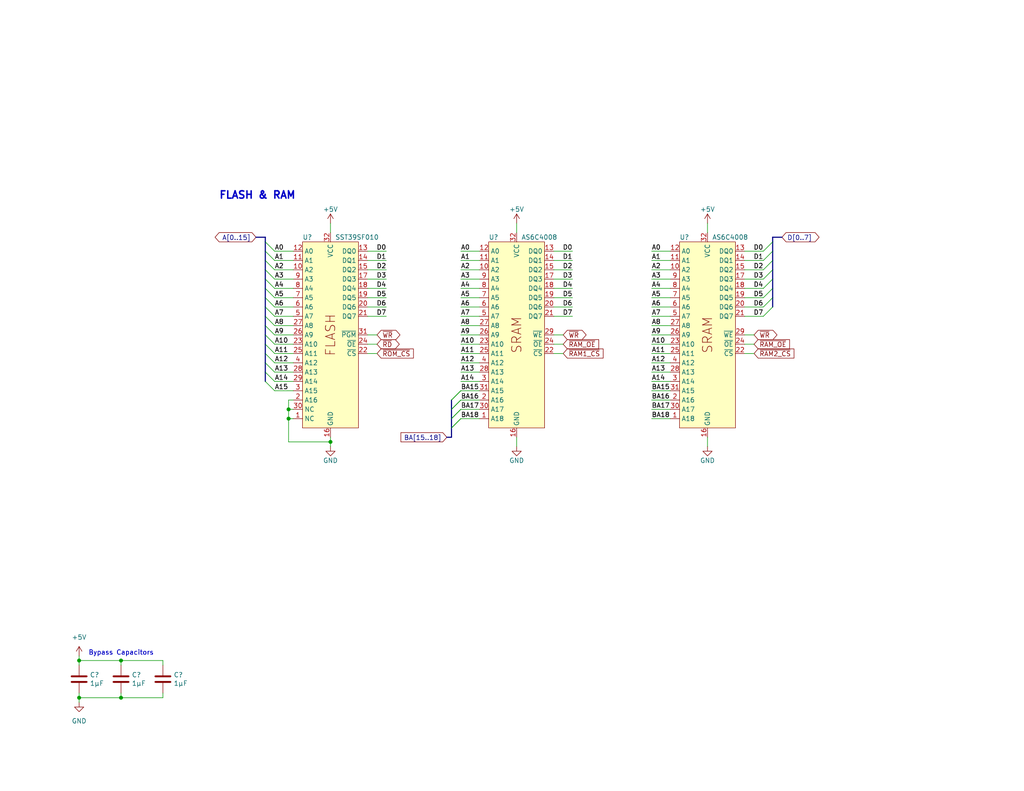
<source format=kicad_sch>
(kicad_sch (version 20230121) (generator eeschema)
  (paper "USLetter")
  (title_block (title "Flash ROM and RAM") (date "2023-09-08") (rev "2.12") (company "Frédéric Segard") (comment 1 "@microhobbyist") (comment 4 "Thank you to John Winans for his inspiration, as well as Grant Searle and Sergey Kiselev"))
  (lib_symbols
    (symbol "+5V_1" (power) (pin_names (offset 0))
      (property "Value" "+5V_1" (at 0 3.556 0))
      (symbol "+5V_1_0_1"
        (polyline (pts (xy -0.762 1.27) (xy 0 2.54)))
        (polyline (pts (xy 0 0) (xy 0 2.54)))
        (polyline (pts (xy 0 2.54) (xy 0.762 1.27)))
      )
      (symbol "+5V_1_1_1"
        (pin power_in line (at 0 0 90) (length 0) hide (name "+5V") (number "1"))
      )
    )
    (symbol "0_Library:AS6C4008"
      (property "Reference" "U" (at -7.62 0.635 0))
      (property "Value" "AS6C4008" (at 1.27 0.635 0))
      (symbol "AS6C4008_0_0"
        (text "SRAM" (at 0 -25.4 900) (effects (font (size 2.54 2.54))))
        (pin power_in line (at 0 -53.34 90) (length 2.54) (name "GND") (number "16"))
        (pin power_in line (at 0 2.54 270) (length 2.54) (name "VCC") (number "32"))
      )
      (symbol "AS6C4008_0_1"
        (rectangle (start -7.62 0) (end 7.62 -50.8) (fill (type background)))
      )
      (symbol "AS6C4008_1_1"
        (pin input line (at -10.16 -48.26 0) (length 2.54) (name "A18") (number "1"))
        (pin input line (at -10.16 -7.62 0) (length 2.54) (name "A2") (number "10"))
        (pin input line (at -10.16 -5.08 0) (length 2.54) (name "A1") (number "11"))
        (pin input line (at -10.16 -2.54 0) (length 2.54) (name "A0") (number "12"))
        (pin tri_state line (at 10.16 -2.54 180) (length 2.54) (name "DQ0") (number "13"))
        (pin tri_state line (at 10.16 -5.08 180) (length 2.54) (name "DQ1") (number "14"))
        (pin tri_state line (at 10.16 -7.62 180) (length 2.54) (name "DQ2") (number "15"))
        (pin tri_state line (at 10.16 -10.16 180) (length 2.54) (name "DQ3") (number "17"))
        (pin tri_state line (at 10.16 -12.7 180) (length 2.54) (name "DQ4") (number "18"))
        (pin tri_state line (at 10.16 -15.24 180) (length 2.54) (name "DQ5") (number "19"))
        (pin input line (at -10.16 -43.18 0) (length 2.54) (name "A16") (number "2"))
        (pin tri_state line (at 10.16 -17.78 180) (length 2.54) (name "DQ6") (number "20"))
        (pin tri_state line (at 10.16 -20.32 180) (length 2.54) (name "DQ7") (number "21"))
        (pin input line (at 10.16 -30.48 180) (length 2.54) (name "~{CS}") (number "22"))
        (pin input line (at -10.16 -27.94 0) (length 2.54) (name "A10") (number "23"))
        (pin input line (at 10.16 -27.94 180) (length 2.54) (name "~{OE}") (number "24"))
        (pin input line (at -10.16 -30.48 0) (length 2.54) (name "A11") (number "25"))
        (pin input line (at -10.16 -25.4 0) (length 2.54) (name "A9") (number "26"))
        (pin input line (at -10.16 -22.86 0) (length 2.54) (name "A8") (number "27"))
        (pin input line (at -10.16 -35.56 0) (length 2.54) (name "A13") (number "28"))
        (pin input line (at 10.16 -25.4 180) (length 2.54) (name "~{WE}") (number "29"))
        (pin input line (at -10.16 -38.1 0) (length 2.54) (name "A14") (number "3"))
        (pin input line (at -10.16 -45.72 0) (length 2.54) (name "A17") (number "30"))
        (pin input line (at -10.16 -40.64 0) (length 2.54) (name "A15") (number "31"))
        (pin input line (at -10.16 -33.02 0) (length 2.54) (name "A12") (number "4"))
        (pin input line (at -10.16 -20.32 0) (length 2.54) (name "A7") (number "5"))
        (pin input line (at -10.16 -17.78 0) (length 2.54) (name "A6") (number "6"))
        (pin input line (at -10.16 -15.24 0) (length 2.54) (name "A5") (number "7"))
        (pin input line (at -10.16 -12.7 0) (length 2.54) (name "A4") (number "8"))
        (pin input line (at -10.16 -10.16 0) (length 2.54) (name "A3") (number "9"))
      )
    )
    (symbol "0_Library:SST39SF010"
      (property "Reference" "U" (at -7.62 0 0))
      (property "Value" "SST39SF010" (at 1.27 0 0))
      (symbol "SST39SF010_0_0"
        (text "FLASH" (at 0 -25.4 900) (effects (font (size 2.54 2.54))))
        (pin power_in line (at 0 -53.34 90) (length 2.54) (name "GND") (number "16"))
        (pin power_in line (at 0 2.54 270) (length 2.54) (name "VCC") (number "32"))
      )
      (symbol "SST39SF010_0_1"
        (rectangle (start -7.62 0) (end 7.62 -50.8) (fill (type background)))
      )
      (symbol "SST39SF010_1_1"
        (pin input line (at -10.16 -48.26 0) (length 2.54) (name "NC") (number "1"))
        (pin input line (at -10.16 -7.62 0) (length 2.54) (name "A2") (number "10"))
        (pin input line (at -10.16 -5.08 0) (length 2.54) (name "A1") (number "11"))
        (pin input line (at -10.16 -2.54 0) (length 2.54) (name "A0") (number "12"))
        (pin tri_state line (at 10.16 -2.54 180) (length 2.54) (name "DQ0") (number "13"))
        (pin tri_state line (at 10.16 -5.08 180) (length 2.54) (name "DQ1") (number "14"))
        (pin tri_state line (at 10.16 -7.62 180) (length 2.54) (name "DQ2") (number "15"))
        (pin tri_state line (at 10.16 -10.16 180) (length 2.54) (name "DQ3") (number "17"))
        (pin tri_state line (at 10.16 -12.7 180) (length 2.54) (name "DQ4") (number "18"))
        (pin tri_state line (at 10.16 -15.24 180) (length 2.54) (name "DQ5") (number "19"))
        (pin input line (at -10.16 -43.18 0) (length 2.54) (name "A16") (number "2"))
        (pin tri_state line (at 10.16 -17.78 180) (length 2.54) (name "DQ6") (number "20"))
        (pin tri_state line (at 10.16 -20.32 180) (length 2.54) (name "DQ7") (number "21"))
        (pin input line (at 10.16 -30.48 180) (length 2.54) (name "~{CS}") (number "22"))
        (pin input line (at -10.16 -27.94 0) (length 2.54) (name "A10") (number "23"))
        (pin input line (at 10.16 -27.94 180) (length 2.54) (name "~{OE}") (number "24"))
        (pin input line (at -10.16 -30.48 0) (length 2.54) (name "A11") (number "25"))
        (pin input line (at -10.16 -25.4 0) (length 2.54) (name "A9") (number "26"))
        (pin input line (at -10.16 -22.86 0) (length 2.54) (name "A8") (number "27"))
        (pin input line (at -10.16 -35.56 0) (length 2.54) (name "A13") (number "28"))
        (pin input line (at -10.16 -38.1 0) (length 2.54) (name "A14") (number "29"))
        (pin input line (at -10.16 -40.64 0) (length 2.54) (name "A15") (number "3"))
        (pin input line (at -10.16 -45.72 0) (length 2.54) (name "NC") (number "30"))
        (pin input line (at 10.16 -25.4 180) (length 2.54) (name "~{PGM}") (number "31"))
        (pin input line (at -10.16 -33.02 0) (length 2.54) (name "A12") (number "4"))
        (pin input line (at -10.16 -20.32 0) (length 2.54) (name "A7") (number "5"))
        (pin input line (at -10.16 -17.78 0) (length 2.54) (name "A6") (number "6"))
        (pin input line (at -10.16 -15.24 0) (length 2.54) (name "A5") (number "7"))
        (pin input line (at -10.16 -12.7 0) (length 2.54) (name "A4") (number "8"))
        (pin input line (at -10.16 -10.16 0) (length 2.54) (name "A3") (number "9"))
      )
    )
    (symbol "Device:C" (pin_numbers hide) (pin_names (offset 0.254))
      (property "Reference" "C" (at 0.635 2.54 0))
      (property "Value" "C" (at 0.635 -2.54 0))
      (symbol "C_0_1"
        (polyline (pts (xy -2.032 -0.762) (xy 2.032 -0.762)) (stroke (width 0.508)))
        (polyline (pts (xy -2.032 0.762) (xy 2.032 0.762)) (stroke (width 0.508)))
      )
      (symbol "C_1_1"
        (pin passive line (at 0 3.81 270) (length 2.794) (name "~") (number "1"))
        (pin passive line (at 0 -3.81 90) (length 2.794) (name "~") (number "2"))
      )
    )
    (symbol "GND_1" (power) (pin_names (offset 0))
      (property "Value" "GND_1" (at 0 -3.81 0))
      (symbol "GND_1_0_1"
        (polyline (pts (xy 0 0) (xy 0 -1.27) (xy 1.27 -1.27) (xy 0 -2.54) (xy -1.27 -1.27) (xy 0 -1.27)))
      )
      (symbol "GND_1_1_1"
        (pin power_in line (at 0 0 270) (length 0) hide (name "GND") (number "1"))
      )
    )
  )
  (junction (at 33.02 190.5))
  (junction (at 21.59 190.5))
  (junction (at 78.74 114.3))
  (junction (at 78.74 111.76))
  (junction (at 21.59 180.34))
  (junction (at 90.17 120.65))
  (junction (at 33.02 180.34))
  (bus_entry (at 74.93 101.6) (size -2.54 -2.54))
  (bus_entry (at 208.28 71.12) (size 2.54 -2.54))
  (bus_entry (at 74.93 104.14) (size -2.54 -2.54))
  (bus_entry (at 74.93 91.44) (size -2.54 -2.54))
  (bus_entry (at 74.93 99.06) (size -2.54 -2.54))
  (bus_entry (at 74.93 76.2) (size -2.54 -2.54))
  (bus_entry (at 208.28 78.74) (size 2.54 -2.54))
  (bus_entry (at 74.93 106.68) (size -2.54 -2.54))
  (bus_entry (at 123.19 114.3) (size 2.54 -2.54))
  (bus_entry (at 123.19 114.3) (size 2.54 -2.54))
  (bus_entry (at 123.19 111.76) (size 2.54 -2.54))
  (bus_entry (at 123.19 111.76) (size 2.54 -2.54))
  (bus_entry (at 123.19 109.22) (size 2.54 -2.54))
  (bus_entry (at 123.19 109.22) (size 2.54 -2.54))
  (bus_entry (at 74.93 78.74) (size -2.54 -2.54))
  (bus_entry (at 208.28 73.66) (size 2.54 -2.54))
  (bus_entry (at 74.93 81.28) (size -2.54 -2.54))
  (bus_entry (at 123.19 116.84) (size 2.54 -2.54))
  (bus_entry (at 123.19 116.84) (size 2.54 -2.54))
  (bus_entry (at 74.93 68.58) (size -2.54 -2.54))
  (bus_entry (at 74.93 71.12) (size -2.54 -2.54))
  (bus_entry (at 74.93 93.98) (size -2.54 -2.54))
  (bus_entry (at 74.93 88.9) (size -2.54 -2.54))
  (bus_entry (at 208.28 86.36) (size 2.54 -2.54))
  (bus_entry (at 74.93 73.66) (size -2.54 -2.54))
  (bus_entry (at 74.93 86.36) (size -2.54 -2.54))
  (bus_entry (at 208.28 83.82) (size 2.54 -2.54))
  (bus_entry (at 208.28 81.28) (size 2.54 -2.54))
  (bus_entry (at 208.28 76.2) (size 2.54 -2.54))
  (bus_entry (at 74.93 83.82) (size -2.54 -2.54))
  (bus_entry (at 74.93 96.52) (size -2.54 -2.54))
  (bus_entry (at 208.28 68.58) (size 2.54 -2.54))
  (bus (pts (xy 72.39 71.12) (xy 72.39 68.58)))
  (wire (pts (xy 100.33 73.66) (xy 105.41 73.66)))
  (wire (pts (xy 203.2 86.36) (xy 208.28 86.36)))
  (wire (pts (xy 203.2 76.2) (xy 208.28 76.2)))
  (wire (pts (xy 100.33 96.52) (xy 102.87 96.52)))
  (bus (pts (xy 72.39 93.98) (xy 72.39 91.44)))
  (bus (pts (xy 72.39 101.6) (xy 72.39 99.06)))
  (wire (pts (xy 21.59 189.23) (xy 21.59 190.5)))
  (wire (pts (xy 151.13 73.66) (xy 156.21 73.66)))
  (wire (pts (xy 151.13 78.74) (xy 156.21 78.74)))
  (wire (pts (xy 80.01 101.6) (xy 74.93 101.6)))
  (wire (pts (xy 33.02 190.5) (xy 44.45 190.5)))
  (wire (pts (xy 182.88 93.98) (xy 177.8 93.98)))
  (wire (pts (xy 90.17 120.65) (xy 90.17 121.92)))
  (wire (pts (xy 151.13 86.36) (xy 156.21 86.36)))
  (bus (pts (xy 210.82 71.12) (xy 210.82 68.58)))
  (wire (pts (xy 151.13 91.44) (xy 153.67 91.44)))
  (wire (pts (xy 177.8 106.68) (xy 182.88 106.68)))
  (wire (pts (xy 80.01 96.52) (xy 74.93 96.52)))
  (wire (pts (xy 33.02 189.23) (xy 33.02 190.5)))
  (bus (pts (xy 72.39 78.74) (xy 72.39 76.2)))
  (wire (pts (xy 44.45 181.61) (xy 44.45 180.34)))
  (wire (pts (xy 182.88 99.06) (xy 177.8 99.06)))
  (wire (pts (xy 125.73 114.3) (xy 130.81 114.3)))
  (wire (pts (xy 203.2 83.82) (xy 208.28 83.82)))
  (wire (pts (xy 182.88 96.52) (xy 177.8 96.52)))
  (wire (pts (xy 203.2 81.28) (xy 208.28 81.28)))
  (wire (pts (xy 151.13 96.52) (xy 153.67 96.52)))
  (wire (pts (xy 125.73 111.76) (xy 130.81 111.76)))
  (wire (pts (xy 130.81 83.82) (xy 125.73 83.82)))
  (wire (pts (xy 125.73 109.22) (xy 130.81 109.22)))
  (wire (pts (xy 80.01 71.12) (xy 74.93 71.12)))
  (bus (pts (xy 123.19 109.22) (xy 123.19 111.76)))
  (bus (pts (xy 210.82 64.77) (xy 213.36 64.77)))
  (wire (pts (xy 80.01 109.22) (xy 78.74 109.22)))
  (wire (pts (xy 100.33 76.2) (xy 105.41 76.2)))
  (wire (pts (xy 130.81 88.9) (xy 125.73 88.9)))
  (wire (pts (xy 78.74 120.65) (xy 90.17 120.65)))
  (wire (pts (xy 21.59 179.07) (xy 21.59 180.34)))
  (bus (pts (xy 123.19 111.76) (xy 123.19 114.3)))
  (wire (pts (xy 182.88 83.82) (xy 177.8 83.82)))
  (wire (pts (xy 151.13 81.28) (xy 156.21 81.28)))
  (wire (pts (xy 80.01 83.82) (xy 74.93 83.82)))
  (bus (pts (xy 210.82 81.28) (xy 210.82 78.74)))
  (wire (pts (xy 203.2 68.58) (xy 208.28 68.58)))
  (wire (pts (xy 151.13 68.58) (xy 156.21 68.58)))
  (wire (pts (xy 90.17 60.96) (xy 90.17 63.5)))
  (wire (pts (xy 78.74 114.3) (xy 78.74 120.65)))
  (bus (pts (xy 72.39 104.14) (xy 72.39 101.6)))
  (bus (pts (xy 72.39 73.66) (xy 72.39 71.12)))
  (wire (pts (xy 130.81 73.66) (xy 125.73 73.66)))
  (wire (pts (xy 90.17 119.38) (xy 90.17 120.65)))
  (bus (pts (xy 210.82 76.2) (xy 210.82 73.66)))
  (wire (pts (xy 182.88 68.58) (xy 177.8 68.58)))
  (bus (pts (xy 210.82 78.74) (xy 210.82 76.2)))
  (wire (pts (xy 130.81 71.12) (xy 125.73 71.12)))
  (wire (pts (xy 140.97 60.96) (xy 140.97 63.5)))
  (bus (pts (xy 121.92 119.38) (xy 123.19 119.38)))
  (wire (pts (xy 33.02 180.34) (xy 21.59 180.34)))
  (wire (pts (xy 44.45 180.34) (xy 33.02 180.34)))
  (bus (pts (xy 72.39 66.04) (xy 72.39 64.77)))
  (bus (pts (xy 123.19 114.3) (xy 123.19 116.84)))
  (wire (pts (xy 151.13 83.82) (xy 156.21 83.82)))
  (bus (pts (xy 72.39 81.28) (xy 72.39 78.74)))
  (wire (pts (xy 80.01 78.74) (xy 74.93 78.74)))
  (wire (pts (xy 203.2 73.66) (xy 208.28 73.66)))
  (bus (pts (xy 72.39 91.44) (xy 72.39 88.9)))
  (wire (pts (xy 80.01 93.98) (xy 74.93 93.98)))
  (wire (pts (xy 140.97 119.38) (xy 140.97 121.92)))
  (bus (pts (xy 72.39 68.58) (xy 72.39 66.04)))
  (wire (pts (xy 177.8 111.76) (xy 182.88 111.76)))
  (bus (pts (xy 72.39 86.36) (xy 72.39 83.82)))
  (wire (pts (xy 80.01 111.76) (xy 78.74 111.76)))
  (wire (pts (xy 151.13 71.12) (xy 156.21 71.12)))
  (wire (pts (xy 130.81 93.98) (xy 125.73 93.98)))
  (wire (pts (xy 182.88 71.12) (xy 177.8 71.12)))
  (wire (pts (xy 151.13 93.98) (xy 153.67 93.98)))
  (wire (pts (xy 80.01 68.58) (xy 74.93 68.58)))
  (wire (pts (xy 193.04 119.38) (xy 193.04 121.92)))
  (bus (pts (xy 72.39 96.52) (xy 72.39 93.98)))
  (wire (pts (xy 100.33 83.82) (xy 105.41 83.82)))
  (bus (pts (xy 72.39 88.9) (xy 72.39 86.36)))
  (wire (pts (xy 44.45 189.23) (xy 44.45 190.5)))
  (wire (pts (xy 130.81 91.44) (xy 125.73 91.44)))
  (wire (pts (xy 100.33 71.12) (xy 105.41 71.12)))
  (wire (pts (xy 182.88 91.44) (xy 177.8 91.44)))
  (wire (pts (xy 130.81 68.58) (xy 125.73 68.58)))
  (wire (pts (xy 80.01 99.06) (xy 74.93 99.06)))
  (wire (pts (xy 182.88 88.9) (xy 177.8 88.9)))
  (wire (pts (xy 21.59 180.34) (xy 21.59 181.61)))
  (wire (pts (xy 182.88 101.6) (xy 177.8 101.6)))
  (wire (pts (xy 80.01 86.36) (xy 74.93 86.36)))
  (wire (pts (xy 130.81 101.6) (xy 125.73 101.6)))
  (bus (pts (xy 210.82 68.58) (xy 210.82 66.04)))
  (wire (pts (xy 78.74 111.76) (xy 78.74 114.3)))
  (wire (pts (xy 100.33 86.36) (xy 105.41 86.36)))
  (wire (pts (xy 182.88 73.66) (xy 177.8 73.66)))
  (bus (pts (xy 72.39 99.06) (xy 72.39 96.52)))
  (wire (pts (xy 182.88 78.74) (xy 177.8 78.74)))
  (wire (pts (xy 203.2 78.74) (xy 208.28 78.74)))
  (bus (pts (xy 210.82 66.04) (xy 210.82 64.77)))
  (wire (pts (xy 130.81 76.2) (xy 125.73 76.2)))
  (wire (pts (xy 182.88 104.14) (xy 177.8 104.14)))
  (wire (pts (xy 80.01 106.68) (xy 74.93 106.68)))
  (wire (pts (xy 33.02 181.61) (xy 33.02 180.34)))
  (wire (pts (xy 130.81 81.28) (xy 125.73 81.28)))
  (wire (pts (xy 80.01 104.14) (xy 74.93 104.14)))
  (bus (pts (xy 72.39 76.2) (xy 72.39 73.66)))
  (wire (pts (xy 80.01 88.9) (xy 74.93 88.9)))
  (bus (pts (xy 210.82 83.82) (xy 210.82 81.28)))
  (wire (pts (xy 193.04 60.96) (xy 193.04 63.5)))
  (wire (pts (xy 21.59 190.5) (xy 33.02 190.5)))
  (wire (pts (xy 125.73 106.68) (xy 130.81 106.68)))
  (wire (pts (xy 151.13 76.2) (xy 156.21 76.2)))
  (wire (pts (xy 130.81 86.36) (xy 125.73 86.36)))
  (bus (pts (xy 123.19 116.84) (xy 123.19 119.38)))
  (wire (pts (xy 130.81 78.74) (xy 125.73 78.74)))
  (wire (pts (xy 100.33 78.74) (xy 105.41 78.74)))
  (wire (pts (xy 203.2 71.12) (xy 208.28 71.12)))
  (bus (pts (xy 210.82 73.66) (xy 210.82 71.12)))
  (wire (pts (xy 182.88 81.28) (xy 177.8 81.28)))
  (wire (pts (xy 182.88 76.2) (xy 177.8 76.2)))
  (wire (pts (xy 130.81 96.52) (xy 125.73 96.52)))
  (wire (pts (xy 130.81 99.06) (xy 125.73 99.06)))
  (wire (pts (xy 102.87 93.98) (xy 100.33 93.98)))
  (wire (pts (xy 203.2 91.44) (xy 205.74 91.44)))
  (wire (pts (xy 100.33 81.28) (xy 105.41 81.28)))
  (wire (pts (xy 177.8 114.3) (xy 182.88 114.3)))
  (wire (pts (xy 203.2 96.52) (xy 205.74 96.52)))
  (bus (pts (xy 72.39 83.82) (xy 72.39 81.28)))
  (wire (pts (xy 80.01 81.28) (xy 74.93 81.28)))
  (wire (pts (xy 78.74 109.22) (xy 78.74 111.76)))
  (wire (pts (xy 203.2 93.98) (xy 205.74 93.98)))
  (wire (pts (xy 177.8 109.22) (xy 182.88 109.22)))
  (wire (pts (xy 100.33 68.58) (xy 105.41 68.58)))
  (wire (pts (xy 100.33 91.44) (xy 102.87 91.44)))
  (wire (pts (xy 78.74 114.3) (xy 80.01 114.3)))
  (wire (pts (xy 21.59 190.5) (xy 21.59 191.77)))
  (wire (pts (xy 80.01 91.44) (xy 74.93 91.44)))
  (bus (pts (xy 72.39 64.77) (xy 69.85 64.77)))
  (wire (pts (xy 130.81 104.14) (xy 125.73 104.14)))
  (wire (pts (xy 182.88 86.36) (xy 177.8 86.36)))
  (wire (pts (xy 80.01 73.66) (xy 74.93 73.66)))
  (wire (pts (xy 80.01 76.2) (xy 74.93 76.2)))
  (text "Bypass Capacitors" (at 24.13 179.07 0) (effects (font (size 1.27 1.27)) (justify left bottom)))
  (text "Bypass Capacitors" (at 24.13 179.07 0) (effects (font (size 1.27 1.27)) (justify left bottom)))
  (text "FLASH & RAM" (at 59.69 54.61 0) (effects (font (size 2 2) (thickness 0.4) bold) (justify left bottom)))
  (label "A14" (at 74.93 104.14 0))
  (label "BA18" (at 125.73 114.3 0))
  (label "A3" (at 177.8 76.2 0))
  (label "D5" (at 105.41 81.28 180))
  (label "A14" (at 177.8 104.14 0))
  (label "A14" (at 177.8 104.14 0))
  (label "BA15" (at 125.73 106.68 0))
  (label "D7" (at 208.28 86.36 180))
  (label "A9" (at 74.93 91.44 0))
  (label "BA15" (at 177.8 106.68 0))
  (label "D7" (at 105.41 86.36 180))
  (label "A1" (at 74.93 71.12 0))
  (label "A13" (at 125.73 101.6 0))
  (label "A10" (at 125.73 93.98 0))
  (label "A1" (at 177.8 71.12 0))
  (label "A2" (at 177.8 73.66 0))
  (label "A3" (at 125.73 76.2 0))
  (label "A3" (at 125.73 76.2 0))
  (label "A2" (at 177.8 73.66 0))
  (label "D1" (at 105.41 71.12 180))
  (label "A9" (at 74.93 91.44 0))
  (label "A11" (at 74.93 96.52 0))
  (label "D5" (at 156.21 81.28 180))
  (label "D7" (at 105.41 86.36 180))
  (label "A10" (at 177.8 93.98 0))
  (label "A2" (at 125.73 73.66 0))
  (label "D7" (at 208.28 86.36 180))
  (label "A2" (at 74.93 73.66 0))
  (label "BA15" (at 125.73 106.68 0))
  (label "A7" (at 74.93 86.36 0))
  (label "BA18" (at 177.8 114.3 0))
  (label "A0" (at 125.73 68.58 0))
  (label "D1" (at 208.28 71.12 180))
  (label "D4" (at 208.28 78.74 180))
  (label "A4" (at 74.93 78.74 0))
  (label "A5" (at 125.73 81.28 0))
  (label "D2" (at 208.28 73.66 180))
  (label "A0" (at 177.8 68.58 0))
  (label "D4" (at 208.28 78.74 180))
  (label "D3" (at 208.28 76.2 180))
  (label "A3" (at 177.8 76.2 0))
  (label "BA18" (at 125.73 114.3 0))
  (label "A7" (at 177.8 86.36 0))
  (label "A1" (at 74.93 71.12 0))
  (label "A6" (at 125.73 83.82 0))
  (label "BA16" (at 125.73 109.22 0))
  (label "A10" (at 177.8 93.98 0))
  (label "BA17" (at 125.73 111.76 0))
  (label "D6" (at 105.41 83.82 180))
  (label "D0" (at 208.28 68.58 180))
  (label "D3" (at 208.28 76.2 180))
  (label "D1" (at 208.28 71.12 180))
  (label "A3" (at 74.93 76.2 0))
  (label "A11" (at 125.73 96.52 0))
  (label "D2" (at 208.28 73.66 180))
  (label "A9" (at 125.73 91.44 0))
  (label "BA16" (at 177.8 109.22 0))
  (label "A5" (at 74.93 81.28 0))
  (label "A12" (at 177.8 99.06 0))
  (label "D4" (at 105.41 78.74 180))
  (label "A13" (at 74.93 101.6 0))
  (label "D4" (at 156.21 78.74 180))
  (label "A4" (at 125.73 78.74 0))
  (label "A2" (at 74.93 73.66 0))
  (label "D6" (at 156.21 83.82 180))
  (label "D1" (at 105.41 71.12 180))
  (label "A9" (at 177.8 91.44 0))
  (label "A0" (at 74.93 68.58 0))
  (label "D2" (at 156.21 73.66 180))
  (label "A8" (at 125.73 88.9 0))
  (label "D4" (at 105.41 78.74 180))
  (label "BA17" (at 177.8 111.76 0))
  (label "A13" (at 125.73 101.6 0))
  (label "A10" (at 74.93 93.98 0))
  (label "D1" (at 156.21 71.12 180))
  (label "BA18" (at 177.8 114.3 0))
  (label "D0" (at 156.21 68.58 180))
  (label "A6" (at 74.93 83.82 0))
  (label "A0" (at 125.73 68.58 0))
  (label "D6" (at 208.28 83.82 180))
  (label "A11" (at 177.8 96.52 0))
  (label "A14" (at 125.73 104.14 0))
  (label "D1" (at 156.21 71.12 180))
  (label "A6" (at 177.8 83.82 0))
  (label "D0" (at 156.21 68.58 180))
  (label "D5" (at 208.28 81.28 180))
  (label "A5" (at 74.93 81.28 0))
  (label "A7" (at 125.73 86.36 0))
  (label "A8" (at 177.8 88.9 0))
  (label "A6" (at 74.93 83.82 0))
  (label "D6" (at 156.21 83.82 180))
  (label "A12" (at 125.73 99.06 0))
  (label "D5" (at 156.21 81.28 180))
  (label "D2" (at 105.41 73.66 180))
  (label "A9" (at 177.8 91.44 0))
  (label "A4" (at 177.8 78.74 0))
  (label "A6" (at 125.73 83.82 0))
  (label "BA16" (at 177.8 109.22 0))
  (label "D3" (at 156.21 76.2 180))
  (label "A5" (at 177.8 81.28 0))
  (label "A13" (at 74.93 101.6 0))
  (label "A7" (at 177.8 86.36 0))
  (label "A1" (at 125.73 71.12 0))
  (label "D7" (at 156.21 86.36 180))
  (label "BA17" (at 125.73 111.76 0))
  (label "D3" (at 105.41 76.2 180))
  (label "A5" (at 125.73 81.28 0))
  (label "A1" (at 125.73 71.12 0))
  (label "A14" (at 125.73 104.14 0))
  (label "BA16" (at 125.73 109.22 0))
  (label "D3" (at 105.41 76.2 180))
  (label "A10" (at 125.73 93.98 0))
  (label "A7" (at 125.73 86.36 0))
  (label "D5" (at 105.41 81.28 180))
  (label "A15" (at 74.93 106.68 0))
  (label "D2" (at 156.21 73.66 180))
  (label "A8" (at 74.93 88.9 0))
  (label "D5" (at 208.28 81.28 180))
  (label "D6" (at 105.41 83.82 180))
  (label "A6" (at 177.8 83.82 0))
  (label "D3" (at 156.21 76.2 180))
  (label "D0" (at 105.41 68.58 180))
  (label "A5" (at 177.8 81.28 0))
  (label "A0" (at 74.93 68.58 0))
  (label "A3" (at 74.93 76.2 0))
  (label "A10" (at 74.93 93.98 0))
  (label "A1" (at 177.8 71.12 0))
  (label "A8" (at 74.93 88.9 0))
  (label "D6" (at 208.28 83.82 180))
  (label "A2" (at 125.73 73.66 0))
  (label "A12" (at 177.8 99.06 0))
  (label "D4" (at 156.21 78.74 180))
  (label "A0" (at 177.8 68.58 0))
  (label "A12" (at 74.93 99.06 0))
  (label "A15" (at 74.93 106.68 0))
  (label "A9" (at 125.73 91.44 0))
  (label "A14" (at 74.93 104.14 0))
  (label "A11" (at 125.73 96.52 0))
  (label "D7" (at 156.21 86.36 180))
  (label "A4" (at 125.73 78.74 0))
  (label "D0" (at 208.28 68.58 180))
  (label "A13" (at 177.8 101.6 0))
  (label "BA17" (at 177.8 111.76 0))
  (label "A12" (at 74.93 99.06 0))
  (label "A8" (at 177.8 88.9 0))
  (label "A7" (at 74.93 86.36 0))
  (label "A11" (at 74.93 96.52 0))
  (label "A4" (at 74.93 78.74 0))
  (label "D0" (at 105.41 68.58 180))
  (label "D2" (at 105.41 73.66 180))
  (label "A11" (at 177.8 96.52 0))
  (label "A13" (at 177.8 101.6 0))
  (label "A8" (at 125.73 88.9 0))
  (label "A12" (at 125.73 99.06 0))
  (label "A4" (at 177.8 78.74 0))
  (label "BA15" (at 177.8 106.68 0))
  (global_label "~{RD}" (shape tri_state) (at 102.87 93.98 0) (property "Intersheetrefs" "${INTERSHEET_REFS}" (effects hide)))
  (global_label "D[0..7]" (shape tri_state) (at 213.36 64.77 0) (property "Intersheetrefs" "${INTERSHEET_REFS}" (effects hide)))
  (global_label "~{RAM2_CS}" (shape input) (at 205.74 96.52 0) (property "Intersheetrefs" "${INTERSHEET_REFS}" (effects hide)))
  (global_label "~{RAM_OE}" (shape input) (at 205.74 93.98 0) (property "Intersheetrefs" "${INTERSHEET_REFS}" (effects hide)))
  (global_label "~{ROM_CS}" (shape input) (at 102.87 96.52 0) (property "Intersheetrefs" "${INTERSHEET_REFS}" (effects hide)))
  (global_label "~{RAM1_CS}" (shape input) (at 153.67 96.52 0) (property "Intersheetrefs" "${INTERSHEET_REFS}" (effects hide)))
  (global_label "~{RAM_OE}" (shape input) (at 153.67 93.98 0) (property "Intersheetrefs" "${INTERSHEET_REFS}" (effects hide)))
  (global_label "~{WR}" (shape tri_state) (at 153.67 91.44 0) (property "Intersheetrefs" "${INTERSHEET_REFS}" (effects hide)))
  (global_label "~{WR}" (shape tri_state) (at 102.87 91.44 0) (property "Intersheetrefs" "${INTERSHEET_REFS}" (effects hide)))
  (global_label "~{WR}" (shape tri_state) (at 205.74 91.44 0) (property "Intersheetrefs" "${INTERSHEET_REFS}" (effects hide)))
  (global_label "BA[15..18]" (shape input) (at 121.92 119.38 180) (property "Intersheetrefs" "${INTERSHEET_REFS}" (effects hide)))
  (global_label "A[0..15]" (shape tri_state) (at 69.85 64.77 180) (property "Intersheetrefs" "${INTERSHEET_REFS}" (effects hide)))
  (symbol (lib_name "+5V_1") (lib_id "power:+5V") (at 140.97 60.96 0) (unit 1)
    (property "Reference" "#PWR?" (effects hide))
    (property "Value" "+5V" (at 140.97 57.15 0))
    (instances (project "1 - Main CPU board with basic peripherals (rev5)" (path "" (reference "#PWR?") (unit 1))) (project "2 - CPU and memory card with the essential peripherals" (path "" (reference "#PWR?") (unit 1))) (project "2 - CPU and core components (Rev 2.2)" (path "" (reference "#PWR?") (unit 1)) (path "" (reference "#PWR054") (unit 1))))
  )
  (symbol (lib_name "GND_1") (lib_id "power:GND") (at 140.97 121.92 0) (unit 1)
    (property "Reference" "#PWR?" (effects hide))
    (property "Value" "GND" (at 140.97 125.73 0))
    (instances (project "1 - Main CPU board with basic peripherals (rev5)" (path "" (reference "#PWR?") (unit 1))) (project "2 - CPU and memory card with the essential peripherals" (path "" (reference "#PWR?") (unit 1)) (path "" (reference "#PWR?") (unit 1)) (path "" (reference "#PWR?") (unit 1))) (project "2 - CPU and core components (Rev 2.2)" (path "" (reference "#PWR?") (unit 1)) (path "" (reference "#PWR057") (unit 1))))
  )
  (symbol (lib_name "GND_1") (lib_id "power:GND") (at 21.59 191.77 0) (unit 1)
    (property "Reference" "#PWR?" (effects hide))
    (property "Value" "GND" (at 21.59 196.85 0))
    (instances (project "1 - Main CPU board with basic peripherals (rev5)" (path "" (reference "#PWR?") (unit 1)) (path "" (reference "#PWR?") (unit 1))) (project "2 - CPU and memory card with the essential peripherals" (path "" (reference "#PWR?") (unit 1))) (project "3 - Quad Serial card v3" (path "" (reference "#PWR?") (unit 1)) (path "" (reference "#PWR?") (unit 1))) (project "2 - CPU and core components (Rev 2.2)" (path "" (reference "#PWR?") (unit 1)) (path "" (reference "#PWR?") (unit 1)) (path "" (reference "#PWR061") (unit 1))))
  )
  (symbol (lib_name "GND_1") (lib_id "power:GND") (at 193.04 121.92 0) (unit 1)
    (property "Reference" "#PWR?" (effects hide))
    (property "Value" "GND" (at 193.04 125.73 0))
    (instances (project "1 - Main CPU board with basic peripherals (rev5)" (path "" (reference "#PWR?") (unit 1))) (project "2 - CPU and memory card with the essential peripherals" (path "" (reference "#PWR?") (unit 1)) (path "" (reference "#PWR?") (unit 1)) (path "" (reference "#PWR?") (unit 1))) (project "2 - CPU and core components (Rev 2.2)" (path "" (reference "#PWR?") (unit 1)) (path "" (reference "#PWR058") (unit 1))))
  )
  (symbol (lib_id "Device:C") (at 33.02 185.42 0) (unit 1)
    (property "Reference" "C?" (at 35.941 184.2516 0) (effects (justify left)))
    (property "Value" "1µF" (at 35.941 186.563 0) (effects (justify left)))
    (property "Footprint" "Capacitor_THT:C_Disc_D3.4mm_W2.1mm_P2.50mm" (effects hide))
    (instances (project "1 - Main CPU board with basic peripherals (rev5)" (path "" (reference "C?") (unit 1)) (path "" (reference "C?") (unit 1))) (project "2 - CPU and memory card with the essential peripherals" (path "" (reference "C?") (unit 1))) (project "3 - Quad Serial card v3" (path "" (reference "C?") (unit 1)) (path "" (reference "C?") (unit 1))) (project "2 - CPU and core components (Rev 2.2)" (path "" (reference "C?") (unit 1)) (path "" (reference "C?") (unit 1)) (path "" (reference "C18") (unit 1))))
  )
  (symbol (lib_id "0_Library:AS6C4008") (at 140.97 66.04 0) (unit 1)
    (property "Reference" "U?" (at 133.35 64.77 0) (effects (justify left)))
    (property "Value" "AS6C4008" (at 142.24 64.77 0) (effects (justify left)))
    (property "Footprint" "Package_DIP:DIP-32_W15.24mm_Socket" (effects hide))
    (property "Datasheet" "https://www.alliancememory.com/wp-content/uploads/pdf/AS6C4008.pdf" (effects hide))
    (instances (project "1 - Main CPU board with basic peripherals (rev5)" (path "" (reference "U?") (unit 1))) (project "2 - CPU and memory card with the essential peripherals" (path "" (reference "U?") (unit 1))) (project "" (path "" (reference "U?") (unit 1))) (project "2 - CPU and core components (Rev 2.2)" (path "" (reference "U?") (unit 1)) (path "" (reference "U16") (unit 1))))
  )
  (symbol (lib_id "0_Library:AS6C4008") (at 193.04 66.04 0) (unit 1)
    (property "Reference" "U?" (at 185.42 64.77 0) (effects (justify left)))
    (property "Value" "AS6C4008" (at 194.31 64.77 0) (effects (justify left)))
    (property "Footprint" "Package_DIP:DIP-32_W15.24mm_Socket" (effects hide))
    (property "Datasheet" "https://www.alliancememory.com/wp-content/uploads/pdf/AS6C4008.pdf" (effects hide))
    (instances (project "1 - Main CPU board with basic peripherals (rev5)" (path "" (reference "U?") (unit 1))) (project "2 - CPU and memory card with the essential peripherals" (path "" (reference "U?") (unit 1))) (project "" (path "" (reference "U?") (unit 1))) (project "2 - CPU and core components (Rev 2.2)" (path "" (reference "U?") (unit 1)) (path "" (reference "U17") (unit 1))))
  )
  (symbol (lib_name "+5V_1") (lib_id "power:+5V") (at 193.04 60.96 0) (unit 1)
    (property "Reference" "#PWR?" (effects hide))
    (property "Value" "+5V" (at 193.04 57.15 0))
    (instances (project "1 - Main CPU board with basic peripherals (rev5)" (path "" (reference "#PWR?") (unit 1))) (project "2 - CPU and memory card with the essential peripherals" (path "" (reference "#PWR?") (unit 1))) (project "2 - CPU and core components (Rev 2.2)" (path "" (reference "#PWR?") (unit 1)) (path "" (reference "#PWR055") (unit 1))))
  )
  (symbol (lib_id "0_Library:SST39SF010") (at 90.17 66.04 0) (unit 1)
    (property "Reference" "U?" (at 82.55 64.77 0) (effects (justify left)))
    (property "Value" "SST39SF010" (at 91.44 64.77 0) (effects (justify left)))
    (property "Footprint" "Package_DIP:DIP-32_W15.24mm_Socket" (effects hide))
    (property "Datasheet" "https://ww1.microchip.com/downloads/en/DeviceDoc/20005022C.pdf" (effects hide))
    (instances (project "1 - Main CPU board with basic peripherals (rev5)" (path "" (reference "U?") (unit 1))) (project "2 - CPU and memory card with the essential peripherals" (path "" (reference "U?") (unit 1))) (project "" (path "" (reference "U?") (unit 1))) (project "2 - CPU and core components (Rev 2.2)" (path "" (reference "U?") (unit 1)) (path "" (reference "U15") (unit 1))))
  )
  (symbol (lib_name "+5V_1") (lib_id "power:+5V") (at 90.17 60.96 0) (unit 1)
    (property "Reference" "#PWR?" (effects hide))
    (property "Value" "+5V" (at 90.17 57.15 0))
    (instances (project "1 - Main CPU board with basic peripherals (rev5)" (path "" (reference "#PWR?") (unit 1))) (project "2 - CPU and memory card with the essential peripherals" (path "" (reference "#PWR?") (unit 1))) (project "2 - CPU and core components (Rev 2.2)" (path "" (reference "#PWR?") (unit 1)) (path "" (reference "#PWR053") (unit 1))))
  )
  (symbol (lib_name "GND_1") (lib_id "power:GND") (at 90.17 121.92 0) (unit 1)
    (property "Reference" "#PWR?" (effects hide))
    (property "Value" "GND" (at 90.17 125.73 0))
    (instances (project "1 - Main CPU board with basic peripherals (rev5)" (path "" (reference "#PWR?") (unit 1))) (project "2 - CPU and memory card with the essential peripherals" (path "" (reference "#PWR?") (unit 1)) (path "" (reference "#PWR?") (unit 1)) (path "" (reference "#PWR?") (unit 1))) (project "2 - CPU and core components (Rev 2.2)" (path "" (reference "#PWR?") (unit 1)) (path "" (reference "#PWR056") (unit 1))))
  )
  (symbol (lib_name "+5V_1") (lib_id "power:+5V") (at 21.59 179.07 0) (unit 1)
    (property "Reference" "#PWR?" (effects hide))
    (property "Value" "+5V" (at 21.59 173.99 0))
    (instances (project "1 - Main CPU board with basic peripherals (rev5)" (path "" (reference "#PWR?") (unit 1)) (path "" (reference "#PWR?") (unit 1))) (project "2 - CPU and memory card with the essential peripherals" (path "" (reference "#PWR?") (unit 1))) (project "3 - Quad Serial card v3" (path "" (reference "#PWR?") (unit 1)) (path "" (reference "#PWR?") (unit 1))) (project "2 - CPU and core components (Rev 2.2)" (path "" (reference "#PWR?") (unit 1)) (path "" (reference "#PWR?") (unit 1)) (path "" (reference "#PWR060") (unit 1))))
  )
  (symbol (lib_id "Device:C") (at 21.59 185.42 0) (unit 1)
    (property "Reference" "C?" (at 24.511 184.2516 0) (effects (justify left)))
    (property "Value" "1µF" (at 24.511 186.563 0) (effects (justify left)))
    (property "Footprint" "Capacitor_THT:C_Disc_D3.4mm_W2.1mm_P2.50mm" (effects hide))
    (instances (project "1 - Main CPU board with basic peripherals (rev5)" (path "" (reference "C?") (unit 1)) (path "" (reference "C?") (unit 1))) (project "2 - CPU and memory card with the essential peripherals" (path "" (reference "C?") (unit 1))) (project "3 - Quad Serial card v3" (path "" (reference "C?") (unit 1)) (path "" (reference "C?") (unit 1))) (project "2 - CPU and core components (Rev 2.2)" (path "" (reference "C?") (unit 1)) (path "" (reference "C?") (unit 1)) (path "" (reference "C17") (unit 1))))
  )
  (symbol (lib_id "Device:C") (at 44.45 185.42 0) (unit 1)
    (property "Reference" "C?" (at 47.371 184.2516 0) (effects (justify left)))
    (property "Value" "1µF" (at 47.371 186.563 0) (effects (justify left)))
    (property "Footprint" "Capacitor_THT:C_Disc_D3.4mm_W2.1mm_P2.50mm" (effects hide))
    (instances (project "1 - Main CPU board with basic peripherals (rev5)" (path "" (reference "C?") (unit 1)) (path "" (reference "C?") (unit 1))) (project "2 - CPU and memory card with the essential peripherals" (path "" (reference "C?") (unit 1))) (project "3 - Quad Serial card v3" (path "" (reference "C?") (unit 1)) (path "" (reference "C?") (unit 1))) (project "2 - CPU and core components (Rev 2.2)" (path "" (reference "C?") (unit 1)) (path "" (reference "C?") (unit 1)) (path "" (reference "C19") (unit 1))))
  )
)
</source>
